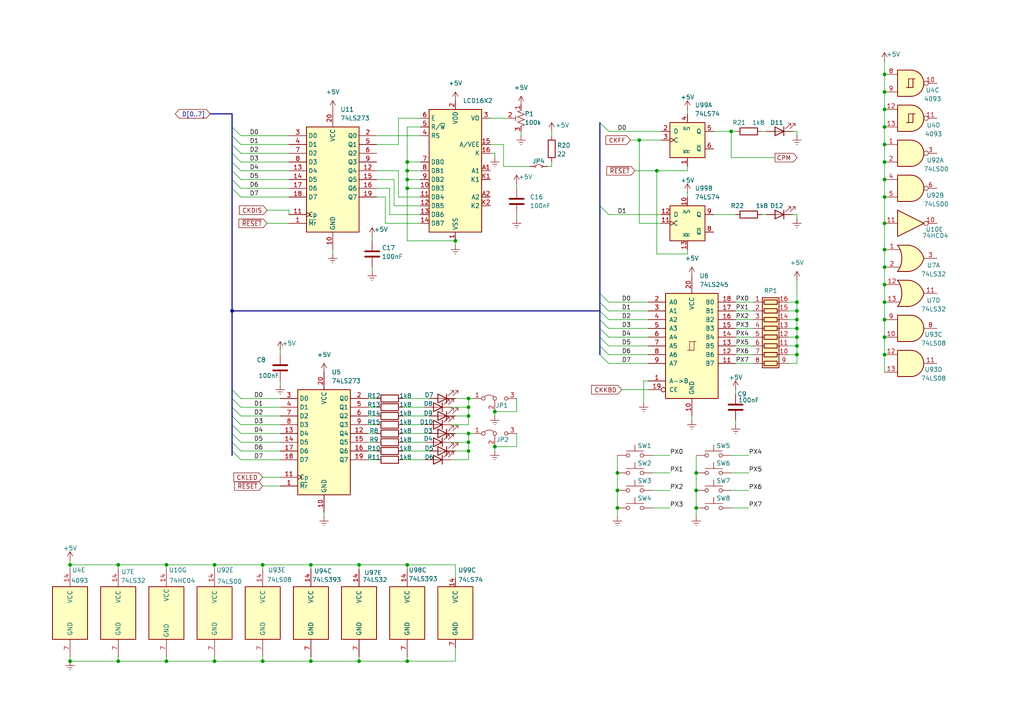
<source format=kicad_sch>
(kicad_sch (version 20250114) (generator "eeschema") (generator_version "9.0")
  (paper "A4")
  (title_block (title "Kraft 80 by ARMCoder") (rev "1.1") (comment 1 "www.github.com/ARMCoderBR"))
  (junction (at 67.31 90.17))
  (junction (at 20.32 163.83))
  (junction (at 256.54 36.83))
  (junction (at 48.26 163.83))
  (junction (at 179.07 137.16))
  (junction (at 48.26 191.77))
  (junction (at 256.54 92.71))
  (junction (at 256.54 31.75))
  (junction (at 231.14 100.33))
  (junction (at 143.51 119.38))
  (junction (at 201.93 137.16))
  (junction (at 256.54 77.47))
  (junction (at 201.93 142.24))
  (junction (at 135.89 125.73))
  (junction (at 256.54 57.15))
  (junction (at 135.89 115.57))
  (junction (at 190.5 49.53))
  (junction (at 118.11 49.53))
  (junction (at 135.89 118.11))
  (junction (at 104.14 191.77))
  (junction (at 256.54 82.55))
  (junction (at 256.54 52.07))
  (junction (at 135.89 130.81))
  (junction (at 118.11 163.83))
  (junction (at 179.07 142.24))
  (junction (at 90.17 163.83))
  (junction (at 231.14 97.79))
  (junction (at 212.09 38.1))
  (junction (at 201.93 147.32))
  (junction (at 62.23 163.83))
  (junction (at 34.29 163.83))
  (junction (at 185.42 40.64))
  (junction (at 76.2 163.83))
  (junction (at 118.11 52.07))
  (junction (at 118.11 46.99))
  (junction (at 256.54 72.39))
  (junction (at 256.54 26.67))
  (junction (at 256.54 102.87))
  (junction (at 256.54 64.77))
  (junction (at 118.11 191.77))
  (junction (at 76.2 191.77))
  (junction (at 231.14 102.87))
  (junction (at 256.54 87.63))
  (junction (at 231.14 92.71))
  (junction (at 231.14 95.25))
  (junction (at 231.14 87.63))
  (junction (at 90.17 191.77))
  (junction (at 256.54 41.91))
  (junction (at 34.29 191.77))
  (junction (at 256.54 46.99))
  (junction (at 135.89 120.65))
  (junction (at 179.07 147.32))
  (junction (at 256.54 21.59))
  (junction (at 143.51 129.54))
  (junction (at 104.14 163.83))
  (junction (at 132.08 69.85))
  (junction (at 256.54 97.79))
  (junction (at 135.89 128.27))
  (junction (at 62.23 191.77))
  (junction (at 118.11 54.61))
  (junction (at 20.32 191.77))
  (junction (at 231.14 90.17))
  (bus_entry (at 69.85 39.37) (size -2.54 -2.54))
  (bus_entry (at 69.85 133.35) (size -2.54 -2.54))
  (bus_entry (at 69.85 57.15) (size -2.54 -2.54))
  (bus_entry (at 176.53 62.23) (size -2.54 -2.54))
  (bus_entry (at 69.85 125.73) (size -2.54 -2.54))
  (bus_entry (at 176.53 105.41) (size -2.54 -2.54))
  (bus_entry (at 176.53 100.33) (size -2.54 -2.54))
  (bus_entry (at 176.53 92.71) (size -2.54 -2.54))
  (bus_entry (at 69.85 44.45) (size -2.54 -2.54))
  (bus_entry (at 69.85 120.65) (size -2.54 -2.54))
  (bus_entry (at 69.85 52.07) (size -2.54 -2.54))
  (bus_entry (at 176.53 102.87) (size -2.54 -2.54))
  (bus_entry (at 176.53 95.25) (size -2.54 -2.54))
  (bus_entry (at 69.85 46.99) (size -2.54 -2.54))
  (bus_entry (at 69.85 41.91) (size -2.54 -2.54))
  (bus_entry (at 176.53 87.63) (size -2.54 -2.54))
  (bus_entry (at 176.53 90.17) (size -2.54 -2.54))
  (bus_entry (at 69.85 118.11) (size -2.54 -2.54))
  (bus_entry (at 69.85 49.53) (size -2.54 -2.54))
  (bus_entry (at 69.85 123.19) (size -2.54 -2.54))
  (bus_entry (at 69.85 128.27) (size -2.54 -2.54))
  (bus_entry (at 69.85 115.57) (size -2.54 -2.54))
  (bus_entry (at 176.53 38.1) (size -2.54 -2.54))
  (bus_entry (at 69.85 54.61) (size -2.54 -2.54))
  (bus_entry (at 69.85 130.81) (size -2.54 -2.54))
  (bus_entry (at 176.53 97.79) (size -2.54 -2.54))
  (wire (pts (xy 185.42 40.64) (xy 185.42 64.77)))
  (wire (pts (xy 76.2 191.77) (xy 76.2 190.5)))
  (wire (pts (xy 256.54 46.99) (xy 256.54 52.07)))
  (wire (pts (xy 176.53 92.71) (xy 187.96 92.71)))
  (wire (pts (xy 231.14 95.25) (xy 228.6 95.25)))
  (wire (pts (xy 176.53 87.63) (xy 187.96 87.63)))
  (wire (pts (xy 160.02 38.1) (xy 160.02 39.37)))
  (wire (pts (xy 118.11 49.53) (xy 118.11 52.07)))
  (wire (pts (xy 231.14 90.17) (xy 228.6 90.17)))
  (wire (pts (xy 212.09 142.24) (xy 217.17 142.24)))
  (wire (pts (xy 76.2 140.97) (xy 81.28 140.97)))
  (wire (pts (xy 201.93 132.08) (xy 201.93 137.16)))
  (bus (pts (xy 67.31 49.53) (xy 67.31 52.07)))
  (wire (pts (xy 231.14 97.79) (xy 228.6 97.79)))
  (wire (pts (xy 231.14 87.63) (xy 231.14 90.17)))
  (wire (pts (xy 104.14 163.83) (xy 104.14 165.1)))
  (wire (pts (xy 113.03 62.23) (xy 121.92 62.23)))
  (wire (pts (xy 118.11 36.83) (xy 121.92 36.83)))
  (wire (pts (xy 212.09 38.1) (xy 213.36 38.1)))
  (wire (pts (xy 48.26 190.5) (xy 48.26 191.77)))
  (wire (pts (xy 106.68 133.35) (xy 109.22 133.35)))
  (wire (pts (xy 231.14 87.63) (xy 228.6 87.63)))
  (wire (pts (xy 34.29 191.77) (xy 48.26 191.77)))
  (wire (pts (xy 76.2 163.83) (xy 90.17 163.83)))
  (bus (pts (xy 60.96 33.02) (xy 67.31 33.02)))
  (wire (pts (xy 143.51 119.38) (xy 143.51 120.65)))
  (wire (pts (xy 231.14 90.17) (xy 231.14 92.71)))
  (wire (pts (xy 116.84 115.57) (xy 124.46 115.57)))
  (wire (pts (xy 20.32 190.5) (xy 20.32 191.77)))
  (wire (pts (xy 69.85 133.35) (xy 81.28 133.35)))
  (wire (pts (xy 69.85 123.19) (xy 81.28 123.19)))
  (wire (pts (xy 256.54 21.59) (xy 256.54 26.67)))
  (wire (pts (xy 48.26 163.83) (xy 48.26 165.1)))
  (wire (pts (xy 106.68 123.19) (xy 109.22 123.19)))
  (wire (pts (xy 176.53 38.1) (xy 191.77 38.1)))
  (wire (pts (xy 256.54 31.75) (xy 256.54 36.83)))
  (wire (pts (xy 77.47 60.96) (xy 83.82 60.96)))
  (wire (pts (xy 142.24 44.45) (xy 143.51 44.45)))
  (wire (pts (xy 115.57 57.15) (xy 121.92 57.15)))
  (wire (pts (xy 176.53 97.79) (xy 187.96 97.79)))
  (wire (pts (xy 62.23 191.77) (xy 76.2 191.77)))
  (wire (pts (xy 176.53 105.41) (xy 187.96 105.41)))
  (bus (pts (xy 173.99 59.69) (xy 173.99 85.09)))
  (wire (pts (xy 135.89 128.27) (xy 135.89 130.81)))
  (wire (pts (xy 69.85 44.45) (xy 83.82 44.45)))
  (bus (pts (xy 67.31 120.65) (xy 67.31 123.19)))
  (wire (pts (xy 176.53 100.33) (xy 187.96 100.33)))
  (wire (pts (xy 132.08 69.85) (xy 132.08 71.12)))
  (wire (pts (xy 212.09 137.16) (xy 217.17 137.16)))
  (wire (pts (xy 116.84 125.73) (xy 124.46 125.73)))
  (wire (pts (xy 189.23 137.16) (xy 194.31 137.16)))
  (wire (pts (xy 231.14 102.87) (xy 228.6 102.87)))
  (bus (pts (xy 173.99 35.56) (xy 173.99 59.69)))
  (wire (pts (xy 76.2 138.43) (xy 81.28 138.43)))
  (wire (pts (xy 114.3 52.07) (xy 114.3 59.69)))
  (wire (pts (xy 116.84 120.65) (xy 124.46 120.65)))
  (wire (pts (xy 185.42 40.64) (xy 191.77 40.64)))
  (wire (pts (xy 231.14 95.25) (xy 231.14 97.79)))
  (wire (pts (xy 118.11 163.83) (xy 132.08 163.83)))
  (wire (pts (xy 149.86 53.34) (xy 149.86 54.61)))
  (bus (pts (xy 67.31 36.83) (xy 67.31 39.37)))
  (wire (pts (xy 201.93 147.32) (xy 201.93 149.86)))
  (wire (pts (xy 199.39 72.39) (xy 199.39 73.66)))
  (wire (pts (xy 212.09 38.1) (xy 212.09 45.72)))
  (wire (pts (xy 118.11 163.83) (xy 118.11 165.1)))
  (wire (pts (xy 104.14 191.77) (xy 118.11 191.77)))
  (wire (pts (xy 256.54 92.71) (xy 256.54 97.79)))
  (bus (pts (xy 67.31 115.57) (xy 67.31 118.11)))
  (wire (pts (xy 116.84 133.35) (xy 123.19 133.35)))
  (wire (pts (xy 256.54 57.15) (xy 256.54 64.77)))
  (wire (pts (xy 149.86 129.54) (xy 143.51 129.54)))
  (wire (pts (xy 69.85 130.81) (xy 81.28 130.81)))
  (wire (pts (xy 111.76 64.77) (xy 121.92 64.77)))
  (wire (pts (xy 34.29 190.5) (xy 34.29 191.77)))
  (wire (pts (xy 69.85 120.65) (xy 81.28 120.65)))
  (wire (pts (xy 109.22 39.37) (xy 121.92 39.37)))
  (wire (pts (xy 199.39 48.26) (xy 199.39 49.53)))
  (wire (pts (xy 130.81 118.11) (xy 135.89 118.11)))
  (wire (pts (xy 213.36 97.79) (xy 218.44 97.79)))
  (wire (pts (xy 199.39 55.88) (xy 199.39 57.15)))
  (wire (pts (xy 231.14 39.37) (xy 231.14 38.1)))
  (wire (pts (xy 69.85 118.11) (xy 81.28 118.11)))
  (wire (pts (xy 149.86 125.73) (xy 149.86 129.54)))
  (wire (pts (xy 256.54 52.07) (xy 256.54 57.15)))
  (wire (pts (xy 256.54 87.63) (xy 256.54 92.71)))
  (bus (pts (xy 67.31 39.37) (xy 67.31 41.91)))
  (wire (pts (xy 93.98 148.59) (xy 93.98 149.86)))
  (wire (pts (xy 115.57 34.29) (xy 121.92 34.29)))
  (wire (pts (xy 231.14 81.28) (xy 231.14 87.63)))
  (wire (pts (xy 185.42 64.77) (xy 191.77 64.77)))
  (wire (pts (xy 130.81 123.19) (xy 135.89 123.19)))
  (wire (pts (xy 231.14 62.23) (xy 229.87 62.23)))
  (bus (pts (xy 67.31 90.17) (xy 67.31 113.03)))
  (bus (pts (xy 67.31 52.07) (xy 67.31 54.61)))
  (wire (pts (xy 184.15 49.53) (xy 190.5 49.53)))
  (wire (pts (xy 106.68 118.11) (xy 109.22 118.11)))
  (wire (pts (xy 231.14 63.5) (xy 231.14 62.23)))
  (wire (pts (xy 256.54 64.77) (xy 256.54 72.39)))
  (wire (pts (xy 213.36 121.92) (xy 213.36 123.19)))
  (wire (pts (xy 69.85 41.91) (xy 83.82 41.91)))
  (wire (pts (xy 213.36 105.41) (xy 218.44 105.41)))
  (bus (pts (xy 67.31 33.02) (xy 67.31 36.83)))
  (wire (pts (xy 231.14 100.33) (xy 231.14 102.87)))
  (wire (pts (xy 187.96 110.49) (xy 186.69 110.49)))
  (wire (pts (xy 189.23 147.32) (xy 194.31 147.32)))
  (wire (pts (xy 213.36 113.03) (xy 213.36 114.3)))
  (wire (pts (xy 207.01 62.23) (xy 213.36 62.23)))
  (wire (pts (xy 256.54 26.67) (xy 256.54 31.75)))
  (wire (pts (xy 69.85 125.73) (xy 81.28 125.73)))
  (wire (pts (xy 231.14 102.87) (xy 231.14 105.41)))
  (wire (pts (xy 118.11 52.07) (xy 121.92 52.07)))
  (wire (pts (xy 48.26 163.83) (xy 62.23 163.83)))
  (wire (pts (xy 113.03 54.61) (xy 113.03 62.23)))
  (wire (pts (xy 69.85 39.37) (xy 83.82 39.37)))
  (wire (pts (xy 213.36 95.25) (xy 218.44 95.25)))
  (wire (pts (xy 256.54 97.79) (xy 256.54 102.87)))
  (wire (pts (xy 62.23 163.83) (xy 62.23 165.1)))
  (wire (pts (xy 76.2 163.83) (xy 76.2 165.1)))
  (wire (pts (xy 69.85 57.15) (xy 83.82 57.15)))
  (wire (pts (xy 20.32 162.56) (xy 20.32 163.83)))
  (wire (pts (xy 176.53 90.17) (xy 187.96 90.17)))
  (wire (pts (xy 62.23 190.5) (xy 62.23 191.77)))
  (wire (pts (xy 104.14 191.77) (xy 104.14 190.5)))
  (bus (pts (xy 67.31 118.11) (xy 67.31 120.65)))
  (wire (pts (xy 190.5 73.66) (xy 199.39 73.66)))
  (wire (pts (xy 231.14 38.1) (xy 229.87 38.1)))
  (wire (pts (xy 200.66 120.65) (xy 200.66 121.92)))
  (bus (pts (xy 67.31 44.45) (xy 67.31 46.99)))
  (bus (pts (xy 173.99 95.25) (xy 173.99 92.71)))
  (wire (pts (xy 34.29 163.83) (xy 48.26 163.83)))
  (bus (pts (xy 173.99 92.71) (xy 173.99 90.17)))
  (wire (pts (xy 69.85 52.07) (xy 83.82 52.07)))
  (bus (pts (xy 67.31 128.27) (xy 67.31 130.81)))
  (wire (pts (xy 231.14 97.79) (xy 231.14 100.33)))
  (wire (pts (xy 149.86 115.57) (xy 149.86 119.38)))
  (wire (pts (xy 109.22 49.53) (xy 115.57 49.53)))
  (wire (pts (xy 179.07 132.08) (xy 179.07 137.16)))
  (wire (pts (xy 115.57 34.29) (xy 115.57 41.91)))
  (wire (pts (xy 77.47 64.77) (xy 83.82 64.77)))
  (wire (pts (xy 176.53 102.87) (xy 187.96 102.87)))
  (bus (pts (xy 67.31 41.91) (xy 67.31 44.45)))
  (wire (pts (xy 146.05 48.26) (xy 146.05 41.91)))
  (wire (pts (xy 231.14 105.41) (xy 228.6 105.41)))
  (wire (pts (xy 118.11 54.61) (xy 118.11 69.85)))
  (wire (pts (xy 213.36 87.63) (xy 218.44 87.63)))
  (wire (pts (xy 69.85 115.57) (xy 81.28 115.57)))
  (wire (pts (xy 111.76 57.15) (xy 109.22 57.15)))
  (wire (pts (xy 190.5 49.53) (xy 190.5 73.66)))
  (wire (pts (xy 132.08 120.65) (xy 135.89 120.65)))
  (wire (pts (xy 48.26 191.77) (xy 62.23 191.77)))
  (wire (pts (xy 118.11 54.61) (xy 121.92 54.61)))
  (wire (pts (xy 231.14 92.71) (xy 228.6 92.71)))
  (wire (pts (xy 113.03 54.61) (xy 109.22 54.61)))
  (bus (pts (xy 173.99 102.87) (xy 173.99 100.33)))
  (wire (pts (xy 213.36 102.87) (xy 218.44 102.87)))
  (wire (pts (xy 34.29 163.83) (xy 34.29 165.1)))
  (wire (pts (xy 106.68 120.65) (xy 109.22 120.65)))
  (wire (pts (xy 107.95 77.47) (xy 107.95 78.74)))
  (wire (pts (xy 118.11 69.85) (xy 132.08 69.85)))
  (wire (pts (xy 118.11 191.77) (xy 132.08 191.77)))
  (wire (pts (xy 130.81 128.27) (xy 135.89 128.27)))
  (wire (pts (xy 213.36 90.17) (xy 218.44 90.17)))
  (wire (pts (xy 116.84 128.27) (xy 123.19 128.27)))
  (wire (pts (xy 96.52 72.39) (xy 96.52 73.66)))
  (wire (pts (xy 104.14 163.83) (xy 118.11 163.83)))
  (wire (pts (xy 76.2 191.77) (xy 90.17 191.77)))
  (wire (pts (xy 118.11 49.53) (xy 121.92 49.53)))
  (bus (pts (xy 173.99 90.17) (xy 173.99 87.63)))
  (bus (pts (xy 67.31 54.61) (xy 67.31 90.17)))
  (wire (pts (xy 135.89 125.73) (xy 137.16 125.73)))
  (wire (pts (xy 106.68 125.73) (xy 109.22 125.73)))
  (wire (pts (xy 116.84 130.81) (xy 124.46 130.81)))
  (bus (pts (xy 173.99 87.63) (xy 173.99 85.09)))
  (wire (pts (xy 143.51 129.54) (xy 143.51 130.81)))
  (wire (pts (xy 132.08 130.81) (xy 135.89 130.81)))
  (wire (pts (xy 132.08 191.77) (xy 132.08 187.96)))
  (wire (pts (xy 212.09 147.32) (xy 217.17 147.32)))
  (wire (pts (xy 186.69 110.49) (xy 186.69 116.84)))
  (wire (pts (xy 106.68 128.27) (xy 109.22 128.27)))
  (wire (pts (xy 182.88 40.64) (xy 185.42 40.64)))
  (wire (pts (xy 132.08 125.73) (xy 135.89 125.73)))
  (wire (pts (xy 256.54 82.55) (xy 256.54 87.63)))
  (wire (pts (xy 142.24 34.29) (xy 147.32 34.29)))
  (wire (pts (xy 135.89 125.73) (xy 135.89 128.27)))
  (wire (pts (xy 135.89 133.35) (xy 130.81 133.35)))
  (wire (pts (xy 132.08 115.57) (xy 135.89 115.57)))
  (wire (pts (xy 190.5 49.53) (xy 199.39 49.53)))
  (wire (pts (xy 201.93 137.16) (xy 201.93 142.24)))
  (wire (pts (xy 201.93 142.24) (xy 201.93 147.32)))
  (wire (pts (xy 256.54 17.78) (xy 256.54 21.59)))
  (wire (pts (xy 160.02 48.26) (xy 158.75 48.26)))
  (wire (pts (xy 81.28 110.49) (xy 81.28 111.76)))
  (wire (pts (xy 90.17 163.83) (xy 90.17 165.1)))
  (wire (pts (xy 146.05 48.26) (xy 153.67 48.26)))
  (wire (pts (xy 256.54 36.83) (xy 256.54 41.91)))
  (wire (pts (xy 116.84 123.19) (xy 123.19 123.19)))
  (wire (pts (xy 104.14 163.83) (xy 90.17 163.83)))
  (wire (pts (xy 220.98 38.1) (xy 222.25 38.1)))
  (wire (pts (xy 256.54 77.47) (xy 256.54 82.55)))
  (wire (pts (xy 90.17 191.77) (xy 90.17 190.5)))
  (wire (pts (xy 149.86 62.23) (xy 149.86 63.5)))
  (wire (pts (xy 107.95 68.58) (xy 107.95 69.85)))
  (wire (pts (xy 160.02 46.99) (xy 160.02 48.26)))
  (wire (pts (xy 118.11 52.07) (xy 118.11 54.61)))
  (wire (pts (xy 115.57 49.53) (xy 115.57 57.15)))
  (wire (pts (xy 20.32 163.83) (xy 20.32 165.1)))
  (wire (pts (xy 109.22 41.91) (xy 115.57 41.91)))
  (bus (pts (xy 173.99 100.33) (xy 173.99 97.79)))
  (wire (pts (xy 194.31 132.08) (xy 189.23 132.08)))
  (wire (pts (xy 114.3 59.69) (xy 121.92 59.69)))
  (wire (pts (xy 176.53 95.25) (xy 187.96 95.25)))
  (wire (pts (xy 151.13 38.1) (xy 151.13 39.37)))
  (wire (pts (xy 135.89 118.11) (xy 135.89 120.65)))
  (wire (pts (xy 90.17 191.77) (xy 104.14 191.77)))
  (wire (pts (xy 20.32 163.83) (xy 34.29 163.83)))
  (wire (pts (xy 231.14 100.33) (xy 228.6 100.33)))
  (wire (pts (xy 256.54 102.87) (xy 256.54 107.95)))
  (wire (pts (xy 20.32 191.77) (xy 34.29 191.77)))
  (wire (pts (xy 116.84 118.11) (xy 123.19 118.11)))
  (wire (pts (xy 146.05 41.91) (xy 142.24 41.91)))
  (wire (pts (xy 135.89 130.81) (xy 135.89 133.35)))
  (wire (pts (xy 256.54 41.91) (xy 256.54 46.99)))
  (wire (pts (xy 69.85 128.27) (xy 81.28 128.27)))
  (bus (pts (xy 67.31 130.81) (xy 67.31 132.08)))
  (wire (pts (xy 118.11 191.77) (xy 118.11 190.5)))
  (wire (pts (xy 207.01 38.1) (xy 212.09 38.1)))
  (bus (pts (xy 67.31 46.99) (xy 67.31 49.53)))
  (wire (pts (xy 180.34 113.03) (xy 187.96 113.03)))
  (wire (pts (xy 212.09 45.72) (xy 224.79 45.72)))
  (wire (pts (xy 212.09 132.08) (xy 217.17 132.08)))
  (wire (pts (xy 83.82 60.96) (xy 83.82 62.23)))
  (wire (pts (xy 62.23 163.83) (xy 76.2 163.83)))
  (wire (pts (xy 69.85 46.99) (xy 83.82 46.99)))
  (wire (pts (xy 111.76 64.77) (xy 111.76 57.15)))
  (bus (pts (xy 67.31 125.73) (xy 67.31 128.27)))
  (wire (pts (xy 69.85 54.61) (xy 83.82 54.61)))
  (wire (pts (xy 220.98 62.23) (xy 222.25 62.23)))
  (wire (pts (xy 213.36 92.71) (xy 218.44 92.71)))
  (wire (pts (xy 132.08 163.83) (xy 132.08 167.64)))
  (wire (pts (xy 69.85 49.53) (xy 83.82 49.53)))
  (bus (pts (xy 67.31 113.03) (xy 67.31 115.57)))
  (wire (pts (xy 118.11 46.99) (xy 121.92 46.99)))
  (wire (pts (xy 143.51 44.45) (xy 143.51 45.72)))
  (wire (pts (xy 135.89 115.57) (xy 137.16 115.57)))
  (wire (pts (xy 118.11 46.99) (xy 118.11 49.53)))
  (wire (pts (xy 213.36 100.33) (xy 218.44 100.33)))
  (wire (pts (xy 81.28 101.6) (xy 81.28 102.87)))
  (bus (pts (xy 173.99 97.79) (xy 173.99 95.25)))
  (wire (pts (xy 118.11 36.83) (xy 118.11 46.99)))
  (wire (pts (xy 135.89 115.57) (xy 135.89 118.11)))
  (wire (pts (xy 179.07 142.24) (xy 179.07 147.32)))
  (wire (pts (xy 189.23 142.24) (xy 194.31 142.24)))
  (wire (pts (xy 199.39 31.75) (xy 199.39 33.02)))
  (wire (pts (xy 179.07 137.16) (xy 179.07 142.24)))
  (wire (pts (xy 231.14 92.71) (xy 231.14 95.25)))
  (wire (pts (xy 179.07 147.32) (xy 179.07 149.86)))
  (bus (pts (xy 67.31 123.19) (xy 67.31 125.73)))
  (bus (pts (xy 67.31 90.17) (xy 173.99 90.17)))
  (wire (pts (xy 256.54 72.39) (xy 256.54 77.47)))
  (wire (pts (xy 176.53 62.23) (xy 191.77 62.23)))
  (wire (pts (xy 109.22 52.07) (xy 114.3 52.07)))
  (wire (pts (xy 106.68 130.81) (xy 109.22 130.81)))
  (wire (pts (xy 135.89 120.65) (xy 135.89 123.19)))
  (wire (pts (xy 106.68 115.57) (xy 109.22 115.57)))
  (wire (pts (xy 149.86 119.38) (xy 143.51 119.38)))
  (label "D3" (at 73.66 123.19 0))
  (label "D2" (at 73.66 120.65 0))
  (label "D5" (at 73.66 128.27 0))
  (label "PX7" (at 213.36 105.41 0))
  (label "D5" (at 72.39 52.07 0))
  (label "PX0" (at 194.31 132.08 0))
  (label "PX2" (at 194.31 142.24 0))
  (label "D7" (at 72.39 57.15 0))
  (label "D3" (at 180.34 95.25 0))
  (label "PX7" (at 217.17 147.32 0))
  (label "PX4" (at 217.17 132.08 0))
  (label "D0" (at 73.66 115.57 0))
  (label "D0" (at 180.34 87.63 0))
  (label "D1" (at 72.39 41.91 0))
  (label "D2" (at 72.39 44.45 0))
  (label "D0" (at 179.07 38.1 0))
  (label "PX1" (at 213.36 90.17 0))
  (label "D1" (at 179.07 62.23 0))
  (label "PX4" (at 213.36 97.79 0))
  (label "D7" (at 180.34 105.41 0))
  (label "D7" (at 73.66 133.35 0))
  (label "D4" (at 72.39 49.53 0))
  (label "PX2" (at 213.36 92.71 0))
  (label "D0" (at 72.39 39.37 0))
  (label "PX3" (at 213.36 95.25 0))
  (label "PX6" (at 213.36 102.87 0))
  (label "D4" (at 73.66 125.73 0))
  (label "PX0" (at 213.36 87.63 0))
  (label "D6" (at 72.39 54.61 0))
  (label "PX3" (at 194.31 147.32 0))
  (label "D2" (at 180.34 92.71 0))
  (label "D5" (at 180.34 100.33 0))
  (label "PX6" (at 217.17 142.24 0))
  (label "D6" (at 73.66 130.81 0))
  (label "D6" (at 180.34 102.87 0))
  (label "PX5" (at 217.17 137.16 0))
  (label "D4" (at 180.34 97.79 0))
  (label "D1" (at 180.34 90.17 0))
  (label "PX1" (at 194.31 137.16 0))
  (label "D1" (at 73.66 118.11 0))
  (label "D3" (at 72.39 46.99 0))
  (label "PX5" (at 213.36 100.33 0))
  (global_label "~{RESET}" (shape input) (at 76.2 140.97 180) (property "Intersheetrefs" "${INTERSHEET_REFS}" (effects (hide yes))))
  (global_label "D[0..7]" (shape bidirectional) (at 60.96 33.02 180) (property "Intersheetrefs" "${INTERSHEET_REFS}" (effects (hide yes))))
  (global_label "~{RESET}" (shape input) (at 77.47 64.77 180) (property "Intersheetrefs" "${INTERSHEET_REFS}" (effects (hide yes))))
  (global_label "CPM" (shape output) (at 224.79 45.72 0) (property "Intersheetrefs" "${INTERSHEET_REFS}" (effects (hide yes))))
  (global_label "CKDIS" (shape input) (at 77.47 60.96 180) (property "Intersheetrefs" "${INTERSHEET_REFS}" (effects (hide yes))))
  (global_label "CKLED" (shape input) (at 76.2 138.43 180) (property "Intersheetrefs" "${INTERSHEET_REFS}" (effects (hide yes))))
  (global_label "CKKBD" (shape input) (at 180.34 113.03 180) (property "Intersheetrefs" "${INTERSHEET_REFS}" (effects (hide yes))))
  (global_label "~{RESET}" (shape input) (at 184.15 49.53 180) (property "Intersheetrefs" "${INTERSHEET_REFS}" (effects (hide yes))))
  (global_label "CKFF" (shape input) (at 182.88 40.64 180) (property "Intersheetrefs" "${INTERSHEET_REFS}" (effects (hide yes))))
  (symbol (lib_id "74xx:74LS393") (at 118.11 177.8 0) (unit 3)
    (property "Reference" "U98" (at 121.158 165.354 0))
    (property "Value" "74LS393" (at 122.682 167.894 0))
    (property "Datasheet" "74xx\\74LS393.pdf" (effects (hide yes)))
    (property "Description" "Dual BCD 4-bit counter" (effects (hide yes)))
  )
  (symbol (lib_name "LED_1") (lib_id "Device:LED") (at 127 128.27 180) (unit 1)
    (property "Reference" "D4" (at 124.206 127.254 0))
    (property "Value" "LED" (effects (hide yes)))
    (property "Description" "Light emitting diode" (effects (hide yes)))
    (property "Sim.Pins" "1=K 2=A" (effects (hide yes)))
  )
  (symbol (lib_name "LED_1") (lib_id "Device:LED") (at 127 133.35 180) (unit 1)
    (property "Reference" "D6" (at 124.46 132.588 0))
    (property "Value" "LED" (effects (hide yes)))
    (property "Description" "Light emitting diode" (effects (hide yes)))
    (property "Sim.Pins" "1=K 2=A" (effects (hide yes)))
  )
  (symbol (lib_id "Device:R") (at 113.03 128.27 90) (unit 1)
    (property "Reference" "R9" (at 108.458 127.508 90))
    (property "Value" "1k8" (at 117.602 127.508 90))
    (property "Description" "Resistor" (effects (hide yes)))
  )
  (symbol (lib_id "power:+5V") (at 20.32 162.56 0) (unit 1)
    (property "Reference" "#PWR030" (effects (hide yes)))
    (property "Value" "+5V" (at 20.32 159.004 0))
    (property "Description" "Power symbol creates a global label with name \"+5V\"" (effects (hide yes)))
  )
  (symbol (lib_name "LED_1") (lib_id "Device:LED") (at 128.27 120.65 180) (unit 1)
    (property "Reference" "D9" (at 124.206 119.888 0))
    (property "Value" "LED" (effects (hide yes)))
    (property "Description" "Light emitting diode" (effects (hide yes)))
    (property "Sim.Pins" "1=K 2=A" (effects (hide yes)))
  )
  (symbol (lib_id "power:+5V") (at 107.95 68.58 0) (unit 1)
    (property "Reference" "#PWR022" (effects (hide yes)))
    (property "Value" "+5V" (at 110.49 66.548 0))
    (property "Description" "Power symbol creates a global label with name \"+5V\"" (effects (hide yes)))
  )
  (symbol (lib_id "Device:R") (at 160.02 43.18 0) (unit 1)
    (property "Reference" "R20" (at 161.544 42.164 0) (effects (justify left)))
    (property "Value" "22" (at 161.544 44.704 0) (effects (justify left)))
    (property "Description" "Resistor" (effects (hide yes)))
  )
  (symbol (lib_id "Device:R") (at 113.03 130.81 90) (unit 1)
    (property "Reference" "R10" (at 108.458 130.048 90))
    (property "Value" "1k8" (at 117.602 130.048 90))
    (property "Description" "Resistor" (effects (hide yes)))
  )
  (symbol (lib_id "74xx:74LS245") (at 200.66 100.33 0) (unit 1)
    (property "Reference" "U6" (at 202.8541 80.01 0) (effects (justify left)))
    (property "Value" "74LS245" (at 202.8541 82.55 0) (effects (justify left)))
    (property "Datasheet" "http://www.ti.com/lit/gpn/sn74LS245" (effects (hide yes)))
    (property "Description" "Octal BUS Transceivers, 3-State outputs" (effects (hide yes)))
  )
  (symbol (lib_id "74xx:74LS273") (at 96.52 52.07 0) (unit 1)
    (property "Reference" "U11" (at 98.7141 31.75 0) (effects (justify left)))
    (property "Value" "74LS273" (at 98.7141 34.29 0) (effects (justify left)))
    (property "Datasheet" "http://www.ti.com/lit/gpn/sn74LS273" (effects (hide yes)))
    (property "Description" "8-bit D Flip-Flop, reset" (effects (hide yes)))
  )
  (symbol (lib_id "power:+5V") (at 93.98 107.95 0) (unit 1)
    (property "Reference" "#PWR055" (effects (hide yes)))
    (property "Value" "+5V" (at 93.98 102.87 0))
    (property "Description" "Power symbol creates a global label with name \"+5V\"" (effects (hide yes)))
  )
  (symbol (lib_id "74xx:74LS00") (at 264.16 44.45 0) (unit 1)
    (property "Reference" "U92" (at 271.272 46.482 0))
    (property "Value" "74LS00" (at 271.526 49.022 0))
    (property "Datasheet" "http://www.ti.com/lit/gpn/sn74ls00" (effects (hide yes)))
    (property "Description" "quad 2-input NAND gate" (effects (hide yes)))
  )
  (symbol (lib_id "4xxx:HEF4093B") (at 20.32 177.8 0) (unit 5)
    (property "Reference" "U4" (at 22.86 165.354 0))
    (property "Value" "4093" (at 23.114 168.402 0))
    (property "Datasheet" "https://assets.nexperia.com/documents/data-sheet/HEF4093B.pdf" (effects (hide yes)))
    (property "Description" "Quad 2-Input NAND Schmitt Trigger, SOIC-14" (effects (hide yes)))
  )
  (symbol (lib_name "LED_1") (lib_id "Device:LED") (at 128.27 130.81 180) (unit 1)
    (property "Reference" "D5" (at 124.46 130.048 0))
    (property "Value" "LED" (effects (hide yes)))
    (property "Description" "Light emitting diode" (effects (hide yes)))
    (property "Sim.Pins" "1=K 2=A" (effects (hide yes)))
  )
  (symbol (lib_id "power:+5V") (at 231.14 81.28 0) (unit 1)
    (property "Reference" "#PWR066" (effects (hide yes)))
    (property "Value" "+5V" (at 231.14 76.2 0))
    (property "Description" "Power symbol creates a global label with name \"+5V\"" (effects (hide yes)))
  )
  (symbol (lib_id "74xx:74LS08") (at 264.16 105.41 0) (unit 4)
    (property "Reference" "U93" (at 270.764 107.188 0))
    (property "Value" "74LS08" (at 270.764 109.728 0))
    (property "Datasheet" "http://www.ti.com/lit/gpn/sn74LS08" (effects (hide yes)))
    (property "Description" "Quad And2" (effects (hide yes)))
  )
  (symbol (lib_id "power:GNDREF") (at 93.98 149.86 0) (unit 1)
    (property "Reference" "#PWR054" (effects (hide yes)))
    (property "Value" "GNDREF" (effects (hide yes)))
    (property "Description" "Power symbol creates a global label with name \"GNDREF\" , reference supply ground" (effects (hide yes)))
  )
  (symbol (lib_id "power:+5V") (at 96.52 31.75 0) (unit 1)
    (property "Reference" "#PWR016" (effects (hide yes)))
    (property "Value" "+5V" (at 96.52 26.67 0))
    (property "Description" "Power symbol creates a global label with name \"+5V\"" (effects (hide yes)))
  )
  (symbol (lib_id "Jumper:Jumper_3_Bridged12") (at 143.51 115.57 0) (unit 1) (exclude_from_sim yes) (in_bom no)
    (property "Reference" "JP1" (at 145.542 117.602 0))
    (property "Value" "Jumper_3_Bridged12" (effects (hide yes)))
    (property "Description" "Jumper, 3-pole, pins 1+2 closed/bridged" (effects (hide yes)))
  )
  (symbol (lib_id "Device:C") (at 81.28 106.68 0) (unit 1)
    (property "Reference" "C8" (at 74.422 104.394 0) (effects (justify left)))
    (property "Value" "100nF" (at 74.93 108.966 0) (effects (justify left)))
    (property "Description" "Unpolarized capacitor" (effects (hide yes)))
  )
  (symbol (lib_id "Device:R") (at 113.03 115.57 90) (unit 1)
    (property "Reference" "R12" (at 108.458 114.808 90))
    (property "Value" "1k8" (at 117.602 114.808 90))
    (property "Description" "Resistor" (effects (hide yes)))
  )
  (symbol (lib_id "Device:R") (at 113.03 133.35 90) (unit 1)
    (property "Reference" "R11" (at 108.458 132.588 90))
    (property "Value" "1k8" (at 117.602 132.588 90))
    (property "Description" "Resistor" (effects (hide yes)))
  )
  (symbol (lib_name "LED_1") (lib_id "Device:LED") (at 128.27 125.73 180) (unit 1)
    (property "Reference" "D3" (at 124.206 124.968 0))
    (property "Value" "LED" (effects (hide yes)))
    (property "Description" "Light emitting diode" (effects (hide yes)))
    (property "Sim.Pins" "1=K 2=A" (effects (hide yes)))
  )
  (symbol (lib_id "74xx:74LS08") (at 264.16 95.25 0) (unit 3)
    (property "Reference" "U93" (at 270.764 97.028 0))
    (property "Value" "74LS08" (at 270.764 99.568 0))
    (property "Datasheet" "http://www.ti.com/lit/gpn/sn74LS08" (effects (hide yes)))
    (property "Description" "Quad And2" (effects (hide yes)))
  )
  (symbol (lib_name "LED_2") (lib_id "Device:LED") (at 226.06 62.23 180) (unit 1)
    (property "Reference" "D12" (at 225.298 59.69 0))
    (property "Value" "LED" (effects (hide yes)))
    (property "Description" "Light emitting diode" (effects (hide yes)))
    (property "Sim.Pins" "1=K 2=A" (effects (hide yes)))
  )
  (symbol (lib_id "74xx:74LS74") (at 199.39 40.64 0) (unit 1)
    (property "Reference" "U99" (at 201.5333 30.48 0) (effects (justify left)))
    (property "Value" "74LS74" (at 201.5333 33.02 0) (effects (justify left)))
    (property "Datasheet" "74xx/74hc_hct74.pdf" (effects (hide yes)))
    (property "Description" "Dual D Flip-flop, Set & Reset" (effects (hide yes)))
  )
  (symbol (lib_id "power:GNDREF") (at 179.07 149.86 0) (unit 1)
    (property "Reference" "#PWR071" (effects (hide yes)))
    (property "Value" "GNDREF" (effects (hide yes)))
    (property "Description" "Power symbol creates a global label with name \"GNDREF\" , reference supply ground" (effects (hide yes)))
  )
  (symbol (lib_id "power:+5V") (at 132.08 29.21 0) (unit 1)
    (property "Reference" "#PWR019" (effects (hide yes)))
    (property "Value" "+5V" (at 132.08 24.13 0))
    (property "Description" "Power symbol creates a global label with name \"+5V\"" (effects (hide yes)))
  )
  (symbol (lib_id "Device:R") (at 113.03 123.19 90) (unit 1)
    (property "Reference" "R15" (at 108.458 122.428 90))
    (property "Value" "1k8" (at 117.602 122.428 90))
    (property "Description" "Resistor" (effects (hide yes)))
  )
  (symbol (lib_id "Switch:SW_Push") (at 184.15 147.32 0) (unit 1)
    (property "Reference" "SW4" (at 186.944 144.526 0))
    (property "Value" "SW_Push" (effects (hide yes)))
    (property "Description" "Push button switch, generic, two pins" (effects (hide yes)))
  )
  (symbol (lib_id "Switch:SW_Push") (at 184.15 137.16 0) (unit 1)
    (property "Reference" "SW2" (at 186.944 134.366 0))
    (property "Value" "SW_Push" (effects (hide yes)))
    (property "Description" "Push button switch, generic, two pins" (effects (hide yes)))
  )
  (symbol (lib_id "74xx:74LS32") (at 104.14 177.8 0) (unit 5)
    (property "Reference" "U97" (at 108.204 166.116 0))
    (property "Value" "74LS32" (at 108.712 168.148 0))
    (property "Datasheet" "http://www.ti.com/lit/gpn/sn74LS32" (effects (hide yes)))
    (property "Description" "Quad 2-input OR" (effects (hide yes)))
  )
  (symbol (lib_id "Display_Character:LCD-016N002L") (at 132.08 49.53 0) (unit 1)
    (property "Reference" "LCD1" (effects (hide yes)))
    (property "Value" "LCD16X2" (at 134.2741 29.21 0) (effects (justify left)))
    (property "Footprint" "Display:LCD-016N002L" (effects (hide yes)))
    (property "Datasheet" "http://www.vishay.com/docs/37299/37299.pdf" (effects (hide yes)))
    (property "Description" "LCD 12x2, 8 bit parallel bus, 3V or 5V VDD" (effects (hide yes)))
  )
  (symbol (lib_id "power:+5V") (at 149.86 53.34 0) (unit 1)
    (property "Reference" "#PWR020" (effects (hide yes)))
    (property "Value" "+5V" (at 152.4 51.308 0))
    (property "Description" "Power symbol creates a global label with name \"+5V\"" (effects (hide yes)))
  )
  (symbol (lib_id "Switch:SW_Push") (at 207.01 142.24 0) (unit 1)
    (property "Reference" "SW7" (at 209.804 139.446 0))
    (property "Value" "SW_Push" (effects (hide yes)))
    (property "Description" "Push button switch, generic, two pins" (effects (hide yes)))
  )
  (symbol (lib_id "74xx:74LS74") (at 132.08 177.8 0) (unit 3)
    (property "Reference" "U99" (at 132.842 165.354 0) (effects (justify left)))
    (property "Value" "74LS74" (at 132.842 168.148 0) (effects (justify left)))
    (property "Datasheet" "74xx/74hc_hct74.pdf" (effects (hide yes)))
    (property "Description" "Dual D Flip-flop, Set & Reset" (effects (hide yes)))
  )
  (symbol (lib_id "Switch:SW_Push") (at 207.01 132.08 0) (unit 1)
    (property "Reference" "SW5" (at 209.804 129.286 0))
    (property "Value" "SW_Push" (effects (hide yes)))
    (property "Description" "Push button switch, generic, two pins" (effects (hide yes)))
  )
  (symbol (lib_id "Jumper:Jumper_3_Bridged12") (at 143.51 125.73 0) (unit 1) (exclude_from_sim yes) (in_bom no)
    (property "Reference" "JP2" (at 145.796 127.508 0))
    (property "Value" "Jumper_3_Bridged12" (effects (hide yes)))
    (property "Description" "Jumper, 3-pole, pins 1+2 closed/bridged" (effects (hide yes)))
  )
  (symbol (lib_id "power:+5V") (at 199.39 31.75 0) (unit 1)
    (property "Reference" "#PWR0101" (effects (hide yes)))
    (property "Value" "+5V" (at 199.39 28.194 0))
    (property "Description" "Power symbol creates a global label with name \"+5V\"" (effects (hide yes)))
  )
  (symbol (lib_name "LED_1") (lib_id "Device:LED") (at 127 118.11 180) (unit 1)
    (property "Reference" "D8" (at 124.206 117.094 0))
    (property "Value" "LED" (effects (hide yes)))
    (property "Description" "Light emitting diode" (effects (hide yes)))
    (property "Sim.Pins" "1=K 2=A" (effects (hide yes)))
  )
  (symbol (lib_id "Device:C") (at 213.36 118.11 0) (unit 1)
    (property "Reference" "C9" (at 213.868 114.3 0) (effects (justify left)))
    (property "Value" "100nF" (at 214.122 116.078 0) (effects (justify left)))
    (property "Description" "Unpolarized capacitor" (effects (hide yes)))
  )
  (symbol (lib_id "power:+5V") (at 200.66 80.01 0) (unit 1)
    (property "Reference" "#PWR065" (effects (hide yes)))
    (property "Value" "+5V" (at 200.66 74.93 0))
    (property "Description" "Power symbol creates a global label with name \"+5V\"" (effects (hide yes)))
  )
  (symbol (lib_id "power:+5V") (at 81.28 101.6 0) (unit 1)
    (property "Reference" "#PWR056" (effects (hide yes)))
    (property "Value" "+5V" (at 83.82 99.568 0))
    (property "Description" "Power symbol creates a global label with name \"+5V\"" (effects (hide yes)))
  )
  (symbol (lib_id "74xx:74LS00") (at 264.16 54.61 0) (unit 2)
    (property "Reference" "U92" (at 271.272 56.642 0))
    (property "Value" "74LS00" (at 271.526 59.182 0))
    (property "Datasheet" "http://www.ti.com/lit/gpn/sn74ls00" (effects (hide yes)))
    (property "Description" "quad 2-input NAND gate" (effects (hide yes)))
  )
  (symbol (lib_id "power:GNDREF") (at 200.66 121.92 0) (unit 1)
    (property "Reference" "#PWR067" (effects (hide yes)))
    (property "Value" "GNDREF" (effects (hide yes)))
    (property "Description" "Power symbol creates a global label with name \"GNDREF\" , reference supply ground" (effects (hide yes)))
  )
  (symbol (lib_id "Jumper:Jumper_2_Small_Bridged") (at 156.21 48.26 0) (unit 1) (exclude_from_sim yes)
    (property "Reference" "JP4" (at 156.21 46.736 0))
    (property "Value" "Jumper_2_Small_Bridged" (effects (hide yes)))
    (property "Description" "Jumper, 2-pole, small symbol, bridged" (effects (hide yes)))
  )
  (symbol (lib_id "74xx:74LS393") (at 90.17 177.8 0) (unit 3)
    (property "Reference" "U94" (at 93.726 165.608 0))
    (property "Value" "74LS393" (at 94.742 168.148 0))
    (property "Datasheet" "74xx\\74LS393.pdf" (effects (hide yes)))
    (property "Description" "Dual BCD 4-bit counter" (effects (hide yes)))
  )
  (symbol (lib_id "power:GNDREF") (at 81.28 111.76 0) (unit 1)
    (property "Reference" "#PWR057" (effects (hide yes)))
    (property "Value" "GNDREF" (effects (hide yes)))
    (property "Description" "Power symbol creates a global label with name \"GNDREF\" , reference supply ground" (effects (hide yes)))
  )
  (symbol (lib_id "74xx:74LS273") (at 93.98 128.27 0) (unit 1)
    (property "Reference" "U5" (at 96.1741 107.95 0) (effects (justify left)))
    (property "Value" "74LS273" (at 96.1741 110.49 0) (effects (justify left)))
    (property "Datasheet" "http://www.ti.com/lit/gpn/sn74LS273" (effects (hide yes)))
    (property "Description" "8-bit D Flip-Flop, reset" (effects (hide yes)))
  )
  (symbol (lib_id "4xxx:HEF4093B") (at 264.16 34.29 0) (unit 4)
    (property "Reference" "U4" (at 270.764 36.322 0))
    (property "Value" "4093" (at 270.764 38.862 0))
    (property "Datasheet" "https://assets.nexperia.com/documents/data-sheet/HEF4093B.pdf" (effects (hide yes)))
    (property "Description" "Quad 2-Input NAND Schmitt Trigger, SOIC-14" (effects (hide yes)))
  )
  (symbol (lib_name "LED_2") (lib_id "Device:LED") (at 226.06 38.1 180) (unit 1)
    (property "Reference" "D11" (at 225.298 35.56 0))
    (property "Value" "LED" (effects (hide yes)))
    (property "Description" "Light emitting diode" (effects (hide yes)))
    (property "Sim.Pins" "1=K 2=A" (effects (hide yes)))
  )
  (symbol (lib_id "power:+5V") (at 256.54 17.78 0) (unit 1)
    (property "Reference" "#PWR047" (effects (hide yes)))
    (property "Value" "+5V" (at 259.08 15.748 0))
    (property "Description" "Power symbol creates a global label with name \"+5V\"" (effects (hide yes)))
  )
  (symbol (lib_name "LED_1") (lib_id "Device:LED") (at 127 123.19 180) (unit 1)
    (property "Reference" "D10" (at 123.698 122.428 0))
    (property "Value" "LED" (effects (hide yes)))
    (property "Description" "Light emitting diode" (effects (hide yes)))
    (property "Sim.Pins" "1=K 2=A" (effects (hide yes)))
  )
  (symbol (lib_id "power:GNDREF") (at 107.95 78.74 0) (unit 1)
    (property "Reference" "#PWR023" (effects (hide yes)))
    (property "Value" "GNDREF" (effects (hide yes)))
    (property "Description" "Power symbol creates a global label with name \"GNDREF\" , reference supply ground" (effects (hide yes)))
  )
  (symbol (lib_id "power:GNDREF") (at 151.13 39.37 0) (unit 1)
    (property "Reference" "#PWR062" (effects (hide yes)))
    (property "Value" "GNDREF" (effects (hide yes)))
    (property "Description" "Power symbol creates a global label with name \"GNDREF\" , reference supply ground" (effects (hide yes)))
  )
  (symbol (lib_id "Switch:SW_Push") (at 207.01 137.16 0) (unit 1)
    (property "Reference" "SW6" (at 209.804 134.366 0))
    (property "Value" "SW_Push" (effects (hide yes)))
    (property "Description" "Push button switch, generic, two pins" (effects (hide yes)))
  )
  (symbol (lib_id "Switch:SW_Push") (at 184.15 132.08 0) (unit 1)
    (property "Reference" "SW1" (at 186.944 129.286 0))
    (property "Value" "SW_Push" (effects (hide yes)))
    (property "Description" "Push button switch, generic, two pins" (effects (hide yes)))
  )
  (symbol (lib_id "power:GNDREF") (at 132.08 71.12 0) (unit 1)
    (property "Reference" "#PWR018" (effects (hide yes)))
    (property "Value" "GNDREF" (effects (hide yes)))
    (property "Description" "Power symbol creates a global label with name \"GNDREF\" , reference supply ground" (effects (hide yes)))
  )
  (symbol (lib_id "power:GNDREF") (at 96.52 73.66 0) (unit 1)
    (property "Reference" "#PWR017" (effects (hide yes)))
    (property "Value" "GNDREF" (effects (hide yes)))
    (property "Description" "Power symbol creates a global label with name \"GNDREF\" , reference supply ground" (effects (hide yes)))
  )
  (symbol (lib_id "Switch:SW_Push") (at 207.01 147.32 0) (unit 1)
    (property "Reference" "SW8" (at 209.804 144.526 0))
    (property "Value" "SW_Push" (effects (hide yes)))
    (property "Description" "Push button switch, generic, two pins" (effects (hide yes)))
  )
  (symbol (lib_id "Device:R") (at 113.03 118.11 90) (unit 1)
    (property "Reference" "R13" (at 108.458 117.348 90))
    (property "Value" "1k8" (at 117.602 117.348 90))
    (property "Description" "Resistor" (effects (hide yes)))
  )
  (symbol (lib_id "74xx:74LS32") (at 34.29 177.8 0) (unit 5)
    (property "Reference" "U7" (at 37.084 165.862 0))
    (property "Value" "74LS32" (at 38.608 168.402 0))
    (property "Datasheet" "http://www.ti.com/lit/gpn/sn74LS32" (effects (hide yes)))
    (property "Description" "Quad 2-input OR" (effects (hide yes)))
  )
  (symbol (lib_id "74xx:74LS32") (at 264.16 74.93 0) (unit 1)
    (property "Reference" "U7" (at 270.764 76.962 0))
    (property "Value" "74LS32" (at 270.764 79.502 0))
    (property "Datasheet" "http://www.ti.com/lit/gpn/sn74LS32" (effects (hide yes)))
    (property "Description" "Quad 2-input OR" (effects (hide yes)))
  )
  (symbol (lib_id "74xx:74LS74") (at 199.39 64.77 0) (unit 2)
    (property "Reference" "U99" (at 201.5333 54.61 0) (effects (justify left)))
    (property "Value" "74LS74" (at 201.5333 57.15 0) (effects (justify left)))
    (property "Datasheet" "74xx/74hc_hct74.pdf" (effects (hide yes)))
    (property "Description" "Dual D Flip-flop, Set & Reset" (effects (hide yes)))
  )
  (symbol (lib_id "Device:R") (at 113.03 125.73 90) (unit 1)
    (property "Reference" "R8" (at 108.458 124.968 90))
    (property "Value" "1k8" (at 117.602 124.968 90))
    (property "Description" "Resistor" (effects (hide yes)))
  )
  (symbol (lib_id "Device:C") (at 107.95 73.66 0) (unit 1)
    (property "Reference" "C17" (at 110.744 71.882 0) (effects (justify left)))
    (property "Value" "100nF" (at 110.744 74.422 0) (effects (justify left)))
    (property "Description" "Unpolarized capacitor" (effects (hide yes)))
  )
  (symbol (lib_id "74xx:74LS32") (at 264.16 85.09 0) (unit 4)
    (property "Reference" "U7" (at 270.764 87.122 0))
    (property "Value" "74LS32" (at 270.764 89.662 0))
    (property "Datasheet" "http://www.ti.com/lit/gpn/sn74LS32" (effects (hide yes)))
    (property "Description" "Quad 2-input OR" (effects (hide yes)))
  )
  (symbol (lib_id "power:GNDREF") (at 149.86 63.5 0) (unit 1)
    (property "Reference" "#PWR021" (effects (hide yes)))
    (property "Value" "GNDREF" (effects (hide yes)))
    (property "Description" "Power symbol creates a global label with name \"GNDREF\" , reference supply ground" (effects (hide yes)))
  )
  (symbol (lib_id "Device:R") (at 217.17 38.1 90) (unit 1)
    (property "Reference" "R21" (at 214.376 35.56 90))
    (property "Value" "1k8" (at 219.964 35.56 90))
    (property "Description" "Resistor" (effects (hide yes)))
  )
  (symbol (lib_id "power:GNDREF") (at 231.14 63.5 0) (unit 1)
    (property "Reference" "#PWR04" (effects (hide yes)))
    (property "Value" "GNDREF" (effects (hide yes)))
    (property "Description" "Power symbol creates a global label with name \"GNDREF\" , reference supply ground" (effects (hide yes)))
  )
  (symbol (lib_id "Device:C") (at 149.86 58.42 0) (unit 1)
    (property "Reference" "C16" (at 153.67 57.1499 0) (effects (justify left)))
    (property "Value" "100nF" (at 153.67 59.6899 0) (effects (justify left)))
    (property "Description" "Unpolarized capacitor" (effects (hide yes)))
  )
  (symbol (lib_id "74xx:74HC04") (at 264.16 64.77 0) (unit 5)
    (property "Reference" "U10" (at 271.018 66.548 0))
    (property "Value" "74HC04" (at 271.272 68.326 0))
    (property "Datasheet" "https://assets.nexperia.com/documents/data-sheet/74HC_HCT04.pdf" (effects (hide yes)))
    (property "Description" "Hex Inverter" (effects (hide yes)))
  )
  (symbol (lib_id "Device:R") (at 113.03 120.65 90) (unit 1)
    (property "Reference" "R14" (at 108.458 119.888 90))
    (property "Value" "1k8" (at 117.602 119.888 90))
    (property "Description" "Resistor" (effects (hide yes)))
  )
  (symbol (lib_id "power:+5V") (at 160.02 38.1 0) (unit 1)
    (property "Reference" "#PWR025" (effects (hide yes)))
    (property "Value" "+5V" (at 163.068 36.322 0))
    (property "Description" "Power symbol creates a global label with name \"+5V\"" (effects (hide yes)))
  )
  (symbol (lib_id "power:+5V") (at 151.13 30.48 0) (unit 1)
    (property "Reference" "#PWR063" (effects (hide yes)))
    (property "Value" "+5V" (at 151.13 25.4 0))
    (property "Description" "Power symbol creates a global label with name \"+5V\"" (effects (hide yes)))
  )
  (symbol (lib_name "LED_1") (lib_id "Device:LED") (at 128.27 115.57 180) (unit 1)
    (property "Reference" "D7" (at 124.46 114.554 0))
    (property "Value" "LED" (effects (hide yes)))
    (property "Description" "Light emitting diode" (effects (hide yes)))
    (property "Sim.Pins" "1=K 2=A" (effects (hide yes)))
  )
  (symbol (lib_id "Device:R_Pack08") (at 223.52 97.79 270) (unit 1)
    (property "Reference" "RP1" (at 223.52 84.328 90))
    (property "Value" "R_Pack08" (effects (hide yes)))
    (property "Description" "8 resistor network, parallel topology" (effects (hide yes)))
  )
  (symbol (lib_id "Device:R") (at 217.17 62.23 90) (unit 1)
    (property "Reference" "R22" (at 213.868 59.69 90))
    (property "Value" "1k8" (at 220.98 59.69 90))
    (property "Description" "Resistor" (effects (hide yes)))
  )
  (symbol (lib_id "power:GNDREF") (at 186.69 116.84 0) (unit 1)
    (property "Reference" "#PWR068" (effects (hide yes)))
    (property "Value" "GNDREF" (effects (hide yes)))
    (property "Description" "Power symbol creates a global label with name \"GNDREF\" , reference supply ground" (effects (hide yes)))
  )
  (symbol (lib_id "power:GNDREF") (at 143.51 120.65 0) (unit 1)
    (property "Reference" "#PWR059" (effects (hide yes)))
    (property "Value" "GNDREF" (effects (hide yes)))
    (property "Description" "Power symbol creates a global label with name \"GNDREF\" , reference supply ground" (effects (hide yes)))
  )
  (symbol (lib_id "power:GNDREF") (at 20.32 191.77 0) (unit 1)
    (property "Reference" "#PWR037" (effects (hide yes)))
    (property "Value" "GNDREF" (effects (hide yes)))
    (property "Description" "Power symbol creates a global label with name \"GNDREF\" , reference supply ground" (effects (hide yes)))
  )
  (symbol (lib_id "Switch:SW_Push") (at 184.15 142.24 0) (unit 1)
    (property "Reference" "SW3" (at 186.944 139.446 0))
    (property "Value" "SW_Push" (effects (hide yes)))
    (property "Description" "Push button switch, generic, two pins" (effects (hide yes)))
  )
  (symbol (lib_id "power:GNDREF") (at 143.51 45.72 0) (unit 1)
    (property "Reference" "#PWR024" (effects (hide yes)))
    (property "Value" "GNDREF" (effects (hide yes)))
    (property "Description" "Power symbol creates a global label with name \"GNDREF\" , reference supply ground" (effects (hide yes)))
  )
  (symbol (lib_id "power:GNDREF") (at 143.51 130.81 0) (unit 1)
    (property "Reference" "#PWR058" (effects (hide yes)))
    (property "Value" "GNDREF" (effects (hide yes)))
    (property "Description" "Power symbol creates a global label with name \"GNDREF\" , reference supply ground" (effects (hide yes)))
  )
  (symbol (lib_id "74xx:74LS00") (at 62.23 177.8 0) (unit 5)
    (property "Reference" "U92" (at 65.278 165.354 0))
    (property "Value" "74LS00" (at 66.548 168.656 0))
    (property "Datasheet" "http://www.ti.com/lit/gpn/sn74ls00" (effects (hide yes)))
    (property "Description" "quad 2-input NAND gate" (effects (hide yes)))
  )
  (symbol (lib_id "power:GNDREF") (at 213.36 123.19 0) (unit 1)
    (property "Reference" "#PWR070" (effects (hide yes)))
    (property "Value" "GNDREF" (effects (hide yes)))
    (property "Description" "Power symbol creates a global label with name \"GNDREF\" , reference supply ground" (effects (hide yes)))
  )
  (symbol (lib_id "power:+5V") (at 213.36 113.03 0) (unit 1)
    (property "Reference" "#PWR069" (effects (hide yes)))
    (property "Value" "+5V" (at 213.36 109.474 0))
    (property "Description" "Power symbol creates a global label with name \"+5V\"" (effects (hide yes)))
  )
  (symbol (lib_id "power:GNDREF") (at 201.93 149.86 0) (unit 1)
    (property "Reference" "#PWR072" (effects (hide yes)))
    (property "Value" "GNDREF" (effects (hide yes)))
    (property "Description" "Power symbol creates a global label with name \"GNDREF\" , reference supply ground" (effects (hide yes)))
  )
  (symbol (lib_id "4xxx:HEF4093B") (at 264.16 24.13 0) (unit 3)
    (property "Reference" "U4" (at 270.51 26.162 0))
    (property "Value" "4093" (at 270.51 28.702 0))
    (property "Datasheet" "https://assets.nexperia.com/documents/data-sheet/HEF4093B.pdf" (effects (hide yes)))
    (property "Description" "Quad 2-Input NAND Schmitt Trigger, SOIC-14" (effects (hide yes)))
  )
  (symbol (lib_id "power:+5V") (at 199.39 55.88 0) (unit 1)
    (property "Reference" "#PWR0102" (effects (hide yes)))
    (property "Value" "+5V" (at 199.39 52.324 0))
    (property "Description" "Power symbol creates a global label with name \"+5V\"" (effects (hide yes)))
  )
  (symbol (lib_id "power:GNDREF") (at 231.14 39.37 0) (unit 1)
    (property "Reference" "#PWR03" (effects (hide yes)))
    (property "Value" "GNDREF" (effects (hide yes)))
    (property "Description" "Power symbol creates a global label with name \"GNDREF\" , reference supply ground" (effects (hide yes)))
  )
  (symbol (lib_id "Device:R_Potentiometer_Trim_US") (at 151.13 34.29 0) (mirror y) (unit 1)
    (property "Reference" "P1" (at 152.146 33.02 0) (effects (justify right)))
    (property "Value" "100k" (at 152.146 35.56 0) (effects (justify right)))
    (property "Description" "Trim-potentiometer, US symbol" (effects (hide yes)))
  )
  (symbol (lib_id "74xx:74HC04") (at 48.26 177.8 0) (unit 7)
    (property "Reference" "U10" (at 51.562 165.354 0))
    (property "Value" "74HC04" (at 52.832 168.402 0))
    (property "Datasheet" "https://assets.nexperia.com/documents/data-sheet/74HC_HCT04.pdf" (effects (hide yes)))
    (property "Description" "Hex Inverter" (effects (hide yes)))
  )
  (symbol (lib_id "74xx:74LS08") (at 76.2 177.8 0) (unit 5)
    (property "Reference" "U93" (at 80.264 165.354 0))
    (property "Value" "74LS08" (at 81.026 168.148 0))
    (property "Datasheet" "http://www.ti.com/lit/gpn/sn74LS08" (effects (hide yes)))
    (property "Description" "Quad And2" (effects (hide yes)))
  )
)
</source>
